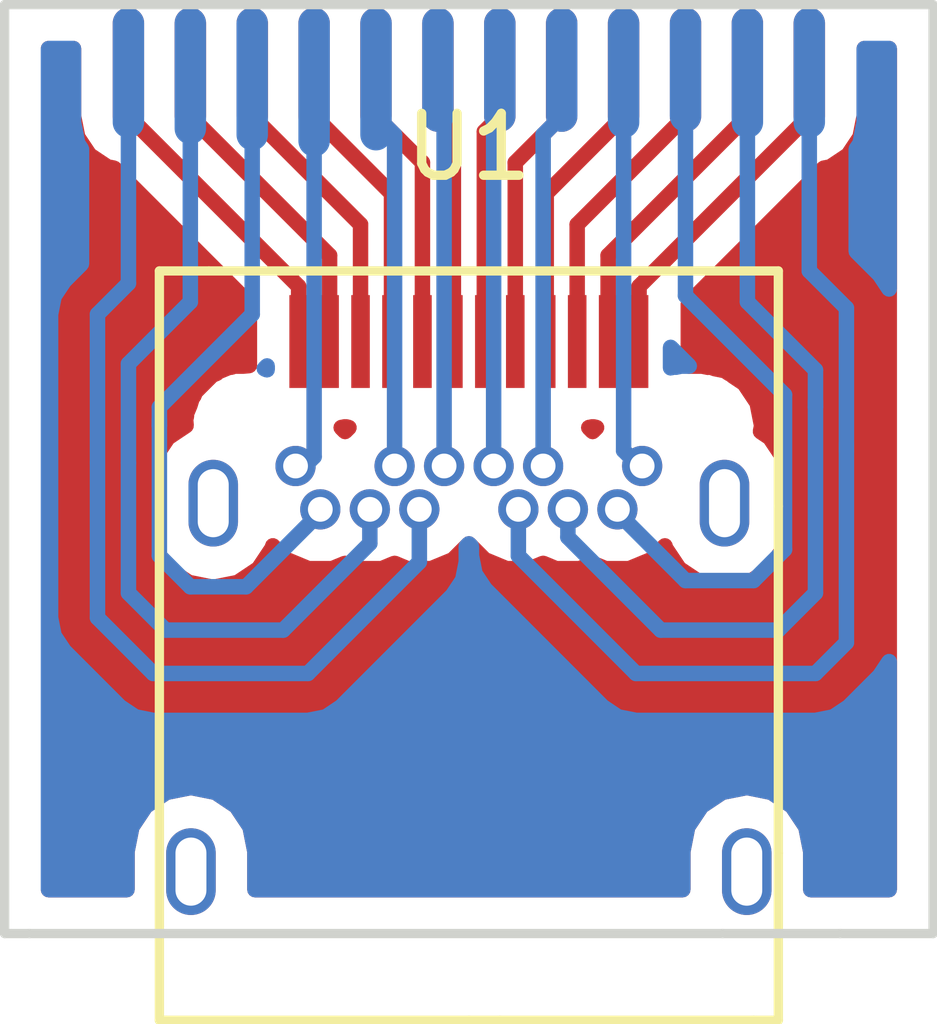
<source format=kicad_pcb>
(kicad_pcb (version 4) (host pcbnew 4.0.3-stable)

  (general
    (links 18)
    (no_connects 18)
    (area 141.424999 97.545999 156.575001 114.375001)
    (thickness 1.6)
    (drawings 7)
    (tracks 137)
    (zones 0)
    (modules 1)
    (nets 11)
  )

  (page A4)
  (layers
    (0 F.Cu signal)
    (31 B.Cu signal)
    (32 B.Adhes user)
    (33 F.Adhes user)
    (34 B.Paste user)
    (35 F.Paste user)
    (36 B.SilkS user)
    (37 F.SilkS user)
    (38 B.Mask user)
    (39 F.Mask user)
    (40 Dwgs.User user)
    (41 Cmts.User user)
    (42 Eco1.User user)
    (43 Eco2.User user)
    (44 Edge.Cuts user)
    (45 Margin user)
    (46 B.CrtYd user)
    (47 F.CrtYd user)
    (48 B.Fab user)
    (49 F.Fab user)
  )

  (setup
    (last_trace_width 0.508)
    (user_trace_width 0.508)
    (trace_clearance 0.2)
    (zone_clearance 0.508)
    (zone_45_only no)
    (trace_min 0.2)
    (segment_width 0.2)
    (edge_width 0.15)
    (via_size 0.6)
    (via_drill 0.4)
    (via_min_size 0.4)
    (via_min_drill 0.3)
    (uvia_size 0.3)
    (uvia_drill 0.1)
    (uvias_allowed no)
    (uvia_min_size 0.2)
    (uvia_min_drill 0.1)
    (pcb_text_width 0.3)
    (pcb_text_size 1.5 1.5)
    (mod_edge_width 0.15)
    (mod_text_size 1 1)
    (mod_text_width 0.15)
    (pad_size 1.524 1.524)
    (pad_drill 0.762)
    (pad_to_mask_clearance 0.2)
    (aux_axis_origin 0 0)
    (visible_elements 7FFFFFFF)
    (pcbplotparams
      (layerselection 0x01000_80000001)
      (usegerberextensions false)
      (excludeedgelayer true)
      (linewidth 0.100000)
      (plotframeref false)
      (viasonmask false)
      (mode 1)
      (useauxorigin false)
      (hpglpennumber 1)
      (hpglpenspeed 20)
      (hpglpendiameter 15)
      (hpglpenoverlay 2)
      (psnegative false)
      (psa4output false)
      (plotreference true)
      (plotvalue true)
      (plotinvisibletext false)
      (padsonsilk false)
      (subtractmaskfromsilk false)
      (outputformat 1)
      (mirror false)
      (drillshape 0)
      (scaleselection 1)
      (outputdirectory ""))
  )

  (net 0 "")
  (net 1 "Net-(U1-Pad0)")
  (net 2 "Net-(U1-PadB2)")
  (net 3 "Net-(U1-PadB1)")
  (net 4 "Net-(U1-PadB10)")
  (net 5 "Net-(U1-PadA1)")
  (net 6 "Net-(U1-PadA3)")
  (net 7 "Net-(U1-PadA5)")
  (net 8 "Net-(U1-PadA7)")
  (net 9 "Net-(U1-PadA10)")
  (net 10 "Net-(U1-PadA11)")

  (net_class Default "This is the default net class."
    (clearance 0.2)
    (trace_width 0.25)
    (via_dia 0.6)
    (via_drill 0.4)
    (uvia_dia 0.3)
    (uvia_drill 0.1)
    (add_net "Net-(U1-Pad0)")
    (add_net "Net-(U1-PadA1)")
    (add_net "Net-(U1-PadA10)")
    (add_net "Net-(U1-PadA11)")
    (add_net "Net-(U1-PadA3)")
    (add_net "Net-(U1-PadA5)")
    (add_net "Net-(U1-PadA7)")
    (add_net "Net-(U1-PadB1)")
    (add_net "Net-(U1-PadB10)")
    (add_net "Net-(U1-PadB2)")
  )

  (module .pretty:USB_C_Connector (layer F.Cu) (tedit 59DA356D) (tstamp 59E500EB)
    (at 149 104.5)
    (path /59E512E4)
    (fp_text reference U1 (at 0 -4.5) (layer F.SilkS)
      (effects (font (size 1 1) (thickness 0.15)))
    )
    (fp_text value USB_TYPE_C (at 0 -3) (layer F.Fab)
      (effects (font (size 1 1) (thickness 0.15)))
    )
    (fp_line (start 4.6 9.6) (end 5 9.6) (layer F.SilkS) (width 0.15))
    (fp_line (start 5 9.6) (end 5 6.9) (layer F.SilkS) (width 0.15))
    (fp_line (start 5 6.9) (end 5 1.3) (layer F.SilkS) (width 0.15))
    (fp_line (start 5 1.3) (end 5 -2.5) (layer F.SilkS) (width 0.15))
    (fp_line (start 5 -2.5) (end 1 -2.5) (layer F.SilkS) (width 0.15))
    (fp_line (start 1 -2.5) (end -4.2 -2.5) (layer F.SilkS) (width 0.15))
    (fp_line (start -4.2 -2.5) (end -5 -2.5) (layer F.SilkS) (width 0.15))
    (fp_line (start -5 -2.5) (end -5 9.6) (layer F.SilkS) (width 0.15))
    (fp_line (start -5 9.6) (end 0 9.6) (layer F.SilkS) (width 0.15))
    (fp_line (start 0.5 9.6) (end 4.6 9.6) (layer F.SilkS) (width 0.15))
    (fp_line (start 0 9.6) (end 0.5 9.6) (layer F.SilkS) (width 0.15))
    (pad 0 thru_hole oval (at 4.49 7.2) (size 0.8 1.4) (drill oval 0.5 1.1) (layers *.Cu *.Mask)
      (net 1 "Net-(U1-Pad0)"))
    (pad 0 thru_hole oval (at -4.49 7.2) (size 0.8 1.4) (drill oval 0.5 1.1) (layers *.Cu *.Mask)
      (net 1 "Net-(U1-Pad0)"))
    (pad 0 thru_hole oval (at 4.13 1.25) (size 0.8 1.4) (drill oval 0.5 1.1) (layers *.Cu *.Mask)
      (net 1 "Net-(U1-Pad0)"))
    (pad "" np_thru_hole oval (at 3.6 0) (size 0.95 0.66) (drill oval 0.95 0.66) (layers *.Cu *.Mask))
    (pad B2 thru_hole circle (at 2.4 1.35) (size 0.65 0.65) (drill 0.4) (layers *.Cu *.Mask)
      (net 2 "Net-(U1-PadB2)"))
    (pad B11 thru_hole circle (at -2.4 1.35) (size 0.65 0.65) (drill 0.4) (layers *.Cu *.Mask)
      (net 3 "Net-(U1-PadB1)"))
    (pad B6 thru_hole circle (at 0.4 0.65) (size 0.65 0.65) (drill 0.4) (layers *.Cu *.Mask)
      (net 2 "Net-(U1-PadB2)"))
    (pad B7 thru_hole circle (at -0.4 0.65) (size 0.65 0.65) (drill 0.4) (layers *.Cu *.Mask)
      (net 2 "Net-(U1-PadB2)"))
    (pad B4 thru_hole circle (at 1.2 0.65) (size 0.65 0.65) (drill 0.4) (layers *.Cu *.Mask)
      (net 2 "Net-(U1-PadB2)"))
    (pad B9 thru_hole circle (at -1.2 0.65) (size 0.65 0.65) (drill 0.4) (layers *.Cu *.Mask)
      (net 4 "Net-(U1-PadB10)"))
    (pad B1 thru_hole circle (at 2.8 0.65) (size 0.65 0.65) (drill 0.4) (layers *.Cu *.Mask)
      (net 3 "Net-(U1-PadB1)"))
    (pad A1 smd rect (at -2.75 -1.36) (size 0.3 1.5) (layers F.Cu F.Paste F.Mask)
      (net 5 "Net-(U1-PadA1)"))
    (pad A2 smd rect (at -2.25 -1.36) (size 0.3 1.5) (layers F.Cu F.Paste F.Mask)
      (net 5 "Net-(U1-PadA1)"))
    (pad A3 smd rect (at -1.75 -1.36) (size 0.3 1.5) (layers F.Cu F.Paste F.Mask)
      (net 6 "Net-(U1-PadA3)"))
    (pad A4 smd rect (at -1.25 -1.36) (size 0.3 1.5) (layers F.Cu F.Paste F.Mask)
      (net 6 "Net-(U1-PadA3)"))
    (pad A5 smd rect (at -0.75 -1.36) (size 0.3 1.5) (layers F.Cu F.Paste F.Mask)
      (net 7 "Net-(U1-PadA5)"))
    (pad A6 smd rect (at -0.25 -1.36) (size 0.3 1.5) (layers F.Cu F.Paste F.Mask)
      (net 7 "Net-(U1-PadA5)"))
    (pad A7 smd rect (at 0.25 -1.36) (size 0.3 1.5) (layers F.Cu F.Paste F.Mask)
      (net 8 "Net-(U1-PadA7)"))
    (pad A8 smd rect (at 0.75 -1.36) (size 0.3 1.5) (layers F.Cu F.Paste F.Mask)
      (net 8 "Net-(U1-PadA7)"))
    (pad A9 smd rect (at 1.25 -1.36) (size 0.3 1.5) (layers F.Cu F.Paste F.Mask)
      (net 9 "Net-(U1-PadA10)"))
    (pad A10 smd rect (at 1.75 -1.36) (size 0.3 1.5) (layers F.Cu F.Paste F.Mask)
      (net 9 "Net-(U1-PadA10)"))
    (pad A11 smd rect (at 2.25 -1.36) (size 0.3 1.5) (layers F.Cu F.Paste F.Mask)
      (net 10 "Net-(U1-PadA11)"))
    (pad A12 smd rect (at 2.75 -1.36) (size 0.3 1.5) (layers F.Cu F.Paste F.Mask)
      (net 10 "Net-(U1-PadA11)"))
    (pad B12 thru_hole circle (at -2.8 0.65) (size 0.65 0.65) (drill 0.4) (layers *.Cu *.Mask)
      (net 3 "Net-(U1-PadB1)"))
    (pad B10 thru_hole circle (at -1.6 1.35) (size 0.65 0.65) (drill 0.4) (layers *.Cu *.Mask)
      (net 4 "Net-(U1-PadB10)"))
    (pad B8 thru_hole circle (at -0.8 1.35) (size 0.65 0.65) (drill 0.4) (layers *.Cu *.Mask)
      (net 2 "Net-(U1-PadB2)"))
    (pad B3 thru_hole circle (at 1.6 1.35) (size 0.65 0.65) (drill 0.4) (layers *.Cu *.Mask)
      (net 2 "Net-(U1-PadB2)"))
    (pad B5 thru_hole circle (at 0.8 1.35) (size 0.65 0.65) (drill 0.4) (layers *.Cu *.Mask)
      (net 2 "Net-(U1-PadB2)"))
    (pad "" np_thru_hole circle (at -3.6 0) (size 0.66 0.66) (drill 0.66) (layers *.Cu *.Mask))
    (pad 0 thru_hole oval (at -4.13 1.25) (size 0.8 1.4) (drill oval 0.5 1.1) (layers *.Cu *.Mask)
      (net 1 "Net-(U1-Pad0)"))
  )

  (gr_line (start 141.5 97.7) (end 156.5 97.7) (angle 90) (layer Edge.Cuts) (width 0.15))
  (gr_line (start 141.5 112.7) (end 141.5 97.7) (angle 90) (layer Edge.Cuts) (width 0.15))
  (gr_line (start 141.9 112.7) (end 141.5 112.7) (angle 90) (layer Edge.Cuts) (width 0.15))
  (gr_line (start 156.5 112.7) (end 156.5 97.7) (angle 90) (layer Edge.Cuts) (width 0.15))
  (gr_line (start 155 112.7) (end 156.5 112.7) (angle 90) (layer Edge.Cuts) (width 0.15))
  (gr_line (start 153.1 112.7) (end 141.9 112.7) (angle 90) (layer Edge.Cuts) (width 0.15))
  (gr_line (start 153.1 112.7) (end 155 112.7) (angle 90) (layer Edge.Cuts) (width 0.15))

  (segment (start 154.5 98) (end 154.5 99.6) (width 0.508) (layer B.Cu) (net 2))
  (segment (start 155.1 102.6) (end 154.5 102) (width 0.25) (layer B.Cu) (net 2) (tstamp 59E5046D))
  (segment (start 154.5 99.6) (end 154.5 98) (width 0.25) (layer B.Cu) (net 2) (tstamp 59E504BE))
  (segment (start 154.5 102) (end 154.5 99.6) (width 0.25) (layer B.Cu) (net 2) (tstamp 59E5046E))
  (segment (start 155.1 104.9) (end 155.1 102.6) (width 0.25) (layer B.Cu) (net 2))
  (segment (start 153.5 98) (end 153.5 99.6) (width 0.508) (layer B.Cu) (net 2))
  (segment (start 154.6 103.6) (end 153.5 102.5) (width 0.25) (layer B.Cu) (net 2) (tstamp 59E50462))
  (segment (start 153.5 99.6) (end 153.5 98) (width 0.25) (layer B.Cu) (net 2) (tstamp 59E504B8))
  (segment (start 153.5 102.5) (end 153.5 99.6) (width 0.25) (layer B.Cu) (net 2) (tstamp 59E50464))
  (segment (start 154.6 104.2) (end 154.6 103.6) (width 0.25) (layer B.Cu) (net 2))
  (segment (start 152.5 98) (end 152.5 99.5) (width 0.508) (layer B.Cu) (net 2))
  (segment (start 152.7 102.6) (end 152.5 102.4) (width 0.25) (layer B.Cu) (net 2) (tstamp 59E50423))
  (segment (start 152.5 99.5) (end 152.5 98) (width 0.25) (layer B.Cu) (net 2) (tstamp 59E504B3))
  (segment (start 152.5 102.4) (end 152.5 99.5) (width 0.25) (layer B.Cu) (net 2) (tstamp 59E50425))
  (segment (start 151.4 105.9) (end 152.5 107) (width 0.25) (layer B.Cu) (net 2) (tstamp 59E502E9))
  (segment (start 152.5 107) (end 153.6 107) (width 0.25) (layer B.Cu) (net 2) (tstamp 59E502EB))
  (segment (start 153.6 107) (end 154.1 106.5) (width 0.25) (layer B.Cu) (net 2) (tstamp 59E502EE))
  (segment (start 154.1 106.5) (end 154.1 104) (width 0.25) (layer B.Cu) (net 2) (tstamp 59E502EF))
  (segment (start 154.1 104) (end 152.7 102.6) (width 0.25) (layer B.Cu) (net 2))
  (segment (start 150.5 98) (end 150.5 99.5) (width 0.508) (layer B.Cu) (net 2))
  (segment (start 150.2 99.8) (end 150.5 99.5) (width 0.25) (layer B.Cu) (net 2) (tstamp 59E503FC))
  (segment (start 150.5 99.5) (end 150.5 98) (width 0.25) (layer B.Cu) (net 2) (tstamp 59E503FF))
  (segment (start 150.2 105.15) (end 150.2 99.8) (width 0.25) (layer B.Cu) (net 2))
  (segment (start 149.5 98) (end 149.5 99.5) (width 0.508) (layer B.Cu) (net 2))
  (segment (start 149.4 99.6) (end 149.5 99.5) (width 0.25) (layer B.Cu) (net 2) (tstamp 59E503E8))
  (segment (start 149.5 99.5) (end 149.5 98) (width 0.25) (layer B.Cu) (net 2) (tstamp 59E503F2))
  (segment (start 149.4 105.15) (end 149.4 99.6) (width 0.25) (layer B.Cu) (net 2))
  (segment (start 148.5 98) (end 148.5 99.5) (width 0.508) (layer B.Cu) (net 2))
  (segment (start 148.6 99.6) (end 148.5 99.5) (width 0.25) (layer B.Cu) (net 2) (tstamp 59E503E0))
  (segment (start 148.5 99.5) (end 148.5 98) (width 0.25) (layer B.Cu) (net 2) (tstamp 59E503E3))
  (segment (start 148.6 105.15) (end 148.6 99.6) (width 0.25) (layer B.Cu) (net 2))
  (segment (start 143.5 98) (end 143.5 99.6) (width 0.508) (layer B.Cu) (net 2))
  (segment (start 143 105.1) (end 143 102.7) (width 0.25) (layer B.Cu) (net 2))
  (segment (start 143 102.7) (end 143.5 102.2) (width 0.25) (layer B.Cu) (net 2) (tstamp 59E5047F))
  (segment (start 143.5 102.2) (end 143.5 99.6) (width 0.25) (layer B.Cu) (net 2) (tstamp 59E50481))
  (segment (start 148.2 105.85) (end 148.2 106.7) (width 0.25) (layer B.Cu) (net 2))
  (segment (start 143 107.6) (end 143 105.1) (width 0.25) (layer B.Cu) (net 2) (tstamp 59E5035E))
  (segment (start 143.9 108.5) (end 143 107.6) (width 0.25) (layer B.Cu) (net 2) (tstamp 59E5035C))
  (segment (start 146.4 108.5) (end 143.9 108.5) (width 0.25) (layer B.Cu) (net 2) (tstamp 59E50358))
  (segment (start 148.2 106.7) (end 146.4 108.5) (width 0.25) (layer B.Cu) (net 2) (tstamp 59E50357))
  (segment (start 143.5 98) (end 143.5 98.1) (width 0.25) (layer B.Cu) (net 2) (tstamp 59E5048A))
  (segment (start 149.8 105.85) (end 149.8 106.6) (width 0.25) (layer B.Cu) (net 2))
  (segment (start 155.1 108) (end 155.1 104.9) (width 0.25) (layer B.Cu) (net 2) (tstamp 59E50309))
  (segment (start 155.1 104.9) (end 155.1 104.8) (width 0.25) (layer B.Cu) (net 2) (tstamp 59E5046B))
  (segment (start 154.6 108.5) (end 155.1 108) (width 0.25) (layer B.Cu) (net 2) (tstamp 59E50307))
  (segment (start 151.7 108.5) (end 154.6 108.5) (width 0.25) (layer B.Cu) (net 2) (tstamp 59E50305))
  (segment (start 149.8 106.6) (end 151.7 108.5) (width 0.25) (layer B.Cu) (net 2) (tstamp 59E50303))
  (segment (start 150.6 105.85) (end 150.6 106.3) (width 0.25) (layer B.Cu) (net 2))
  (segment (start 154.6 107.2) (end 154.6 104.2) (width 0.25) (layer B.Cu) (net 2) (tstamp 59E502FC))
  (segment (start 154.6 104.2) (end 154.6 104.1) (width 0.25) (layer B.Cu) (net 2) (tstamp 59E50460))
  (segment (start 154 107.8) (end 154.6 107.2) (width 0.25) (layer B.Cu) (net 2) (tstamp 59E502FA))
  (segment (start 152.1 107.8) (end 154 107.8) (width 0.25) (layer B.Cu) (net 2) (tstamp 59E502F7))
  (segment (start 150.6 106.3) (end 152.1 107.8) (width 0.25) (layer B.Cu) (net 2) (tstamp 59E502F5))
  (segment (start 151.4 105.85) (end 151.4 105.9) (width 0.25) (layer B.Cu) (net 2))
  (segment (start 151.5 98) (end 151.5 99.6) (width 0.508) (layer B.Cu) (net 3))
  (segment (start 151.5 99.6) (end 151.5 98) (width 0.25) (layer B.Cu) (net 3) (tstamp 59E504AD))
  (segment (start 151.5 104.9) (end 151.5 99.6) (width 0.25) (layer B.Cu) (net 3) (tstamp 59E50408))
  (segment (start 151.75 105.15) (end 151.5 104.9) (width 0.25) (layer B.Cu) (net 3) (tstamp 59E50405))
  (segment (start 146.5 98) (end 146.5 99.9) (width 0.508) (layer B.Cu) (net 3))
  (segment (start 146.5 99.9) (end 146.5 98) (width 0.25) (layer B.Cu) (net 3) (tstamp 59E5049C))
  (segment (start 146.5 105) (end 146.5 99.9) (width 0.25) (layer B.Cu) (net 3) (tstamp 59E50417))
  (segment (start 146.35 105.15) (end 146.5 105) (width 0.25) (layer B.Cu) (net 3) (tstamp 59E50414))
  (segment (start 145.5 98) (end 145.5 99.8) (width 0.508) (layer B.Cu) (net 3))
  (segment (start 144 104.2) (end 145.5 102.7) (width 0.25) (layer B.Cu) (net 3) (tstamp 59E50473))
  (segment (start 145.5 99.8) (end 145.5 98) (width 0.25) (layer B.Cu) (net 3) (tstamp 59E50497))
  (segment (start 145.5 102.7) (end 145.5 99.8) (width 0.25) (layer B.Cu) (net 3) (tstamp 59E50474))
  (segment (start 144 104.5) (end 144 104.2) (width 0.25) (layer B.Cu) (net 3))
  (segment (start 146.2 105.15) (end 146.35 105.15) (width 0.25) (layer B.Cu) (net 3))
  (segment (start 151.8 105.15) (end 151.75 105.15) (width 0.25) (layer B.Cu) (net 3))
  (segment (start 146.6 105.85) (end 146.6 105.9) (width 0.25) (layer B.Cu) (net 3))
  (segment (start 146.6 105.9) (end 145.4 107.1) (width 0.25) (layer B.Cu) (net 3) (tstamp 59E5033F))
  (segment (start 145.4 107.1) (end 144.5 107.1) (width 0.25) (layer B.Cu) (net 3) (tstamp 59E50345))
  (segment (start 144.5 107.1) (end 144 106.6) (width 0.25) (layer B.Cu) (net 3) (tstamp 59E50347))
  (segment (start 144 106.6) (end 144 104.5) (width 0.25) (layer B.Cu) (net 3) (tstamp 59E50348))
  (segment (start 144 104.5) (end 144 104.4) (width 0.25) (layer B.Cu) (net 3) (tstamp 59E50471))
  (segment (start 147.5 99.8) (end 147.5 98) (width 0.508) (layer B.Cu) (net 4))
  (segment (start 147.8 99.8) (end 147.5 99.5) (width 0.25) (layer B.Cu) (net 4) (tstamp 59E5040F))
  (segment (start 147.5 99.5) (end 147.5 98) (width 0.25) (layer B.Cu) (net 4) (tstamp 59E50411))
  (segment (start 147.8 99.8) (end 147.8 105.15) (width 0.25) (layer B.Cu) (net 4))
  (segment (start 144.5 98) (end 144.5 99.7) (width 0.508) (layer B.Cu) (net 4))
  (segment (start 143.5 103.5) (end 144.5 102.5) (width 0.25) (layer B.Cu) (net 4) (tstamp 59E50479))
  (segment (start 144.5 99.7) (end 144.5 98) (width 0.25) (layer B.Cu) (net 4) (tstamp 59E50492))
  (segment (start 144.5 102.5) (end 144.5 99.7) (width 0.25) (layer B.Cu) (net 4) (tstamp 59E5047B))
  (segment (start 147.4 105.85) (end 147.4 106.4) (width 0.25) (layer B.Cu) (net 4))
  (segment (start 143.5 107.2) (end 143.5 105.1) (width 0.25) (layer B.Cu) (net 4) (tstamp 59E50352))
  (segment (start 144.1 107.8) (end 143.5 107.2) (width 0.25) (layer B.Cu) (net 4) (tstamp 59E50350))
  (segment (start 146 107.8) (end 144.1 107.8) (width 0.25) (layer B.Cu) (net 4) (tstamp 59E5034D))
  (segment (start 147.4 106.4) (end 146 107.8) (width 0.25) (layer B.Cu) (net 4) (tstamp 59E5034C))
  (segment (start 143.5 105.1) (end 143.5 103.5) (width 0.25) (layer B.Cu) (net 4))
  (segment (start 144.5 98) (end 144.5 99.5) (width 0.508) (layer F.Cu) (net 5))
  (segment (start 146.75 101.75) (end 144.5 99.5) (width 0.25) (layer F.Cu) (net 5) (tstamp 59E5016C))
  (segment (start 144.5 99.5) (end 144.5 98) (width 0.25) (layer F.Cu) (net 5) (tstamp 59E5016E))
  (segment (start 146.75 103.14) (end 146.75 101.75) (width 0.25) (layer F.Cu) (net 5))
  (segment (start 143.5 98) (end 143.5 99.5) (width 0.508) (layer F.Cu) (net 5))
  (segment (start 146.25 102.25) (end 143.5 99.5) (width 0.25) (layer F.Cu) (net 5) (tstamp 59E50172))
  (segment (start 143.5 99.5) (end 143.5 98) (width 0.25) (layer F.Cu) (net 5) (tstamp 59E50173))
  (segment (start 146.25 103.14) (end 146.25 102.25) (width 0.25) (layer F.Cu) (net 5))
  (segment (start 146.5 98) (end 146.5 99.5) (width 0.508) (layer F.Cu) (net 6))
  (segment (start 147.75 100.75) (end 146.5 99.5) (width 0.25) (layer F.Cu) (net 6) (tstamp 59E50161))
  (segment (start 146.5 99.5) (end 146.5 98) (width 0.25) (layer F.Cu) (net 6) (tstamp 59E50163))
  (segment (start 147.75 103.14) (end 147.75 100.75) (width 0.25) (layer F.Cu) (net 6))
  (segment (start 145.5 98) (end 145.5 99.5) (width 0.508) (layer F.Cu) (net 6))
  (segment (start 147.25 101.25) (end 145.5 99.5) (width 0.25) (layer F.Cu) (net 6) (tstamp 59E50167))
  (segment (start 145.5 99.5) (end 145.5 98) (width 0.25) (layer F.Cu) (net 6) (tstamp 59E50169))
  (segment (start 147.25 103.14) (end 147.25 101.25) (width 0.25) (layer F.Cu) (net 6))
  (segment (start 147.5 98) (end 147.5 99.5) (width 0.508) (layer F.Cu) (net 7))
  (segment (start 148.25 100.25) (end 147.5 99.5) (width 0.25) (layer F.Cu) (net 7) (tstamp 59E5015A))
  (segment (start 147.5 99.5) (end 147.5 98) (width 0.25) (layer F.Cu) (net 7) (tstamp 59E5015B))
  (segment (start 148.25 103.14) (end 148.25 100.25) (width 0.25) (layer F.Cu) (net 7))
  (segment (start 148.5 98) (end 148.5 99.5) (width 0.508) (layer F.Cu) (net 7))
  (segment (start 148.75 99.75) (end 148.5 99.5) (width 0.25) (layer F.Cu) (net 7) (tstamp 59E50135))
  (segment (start 148.5 99.5) (end 148.5 98) (width 0.25) (layer F.Cu) (net 7) (tstamp 59E50136))
  (segment (start 148.75 103.14) (end 148.75 99.75) (width 0.25) (layer F.Cu) (net 7))
  (segment (start 150.5 98) (end 150.5 99.5) (width 0.508) (layer F.Cu) (net 8))
  (segment (start 149.75 100.25) (end 150.5 99.5) (width 0.25) (layer F.Cu) (net 8) (tstamp 59E50145))
  (segment (start 150.5 99.5) (end 150.5 98) (width 0.25) (layer F.Cu) (net 8) (tstamp 59E50146))
  (segment (start 149.75 103.14) (end 149.75 100.25) (width 0.25) (layer F.Cu) (net 8))
  (segment (start 149.5 98) (end 149.5 99.5) (width 0.508) (layer F.Cu) (net 8))
  (segment (start 149.25 99.75) (end 149.5 99.5) (width 0.25) (layer F.Cu) (net 8) (tstamp 59E50131))
  (segment (start 149.5 99.5) (end 149.5 98) (width 0.25) (layer F.Cu) (net 8) (tstamp 59E50132))
  (segment (start 149.25 103.14) (end 149.25 99.75) (width 0.25) (layer F.Cu) (net 8))
  (segment (start 152.5 98) (end 152.5 99.5) (width 0.508) (layer F.Cu) (net 9))
  (segment (start 150.75 101.25) (end 152.5 99.5) (width 0.25) (layer F.Cu) (net 9) (tstamp 59E5014D))
  (segment (start 152.5 99.5) (end 152.5 98) (width 0.25) (layer F.Cu) (net 9) (tstamp 59E5014E))
  (segment (start 150.75 103.14) (end 150.75 101.25) (width 0.25) (layer F.Cu) (net 9))
  (segment (start 151.5 98) (end 151.5 99.5) (width 0.508) (layer F.Cu) (net 9))
  (segment (start 150.25 100.75) (end 151.5 99.5) (width 0.25) (layer F.Cu) (net 9) (tstamp 59E50149))
  (segment (start 151.5 99.5) (end 151.5 98) (width 0.25) (layer F.Cu) (net 9) (tstamp 59E5014A))
  (segment (start 150.25 103.14) (end 150.25 100.75) (width 0.25) (layer F.Cu) (net 9))
  (segment (start 154.5 98) (end 154.5 99.5) (width 0.508) (layer F.Cu) (net 10))
  (segment (start 151.75 102.25) (end 154.5 99.5) (width 0.25) (layer F.Cu) (net 10) (tstamp 59E50156))
  (segment (start 154.5 99.5) (end 154.5 98) (width 0.25) (layer F.Cu) (net 10) (tstamp 59E50157))
  (segment (start 151.75 103.14) (end 151.75 102.25) (width 0.25) (layer F.Cu) (net 10))
  (segment (start 153.5 98) (end 153.5 99.5) (width 0.508) (layer F.Cu) (net 10))
  (segment (start 151.25 101.75) (end 153.5 99.5) (width 0.25) (layer F.Cu) (net 10) (tstamp 59E50151))
  (segment (start 153.5 99.5) (end 153.5 98) (width 0.25) (layer F.Cu) (net 10) (tstamp 59E50153))
  (segment (start 151.25 103.14) (end 151.25 101.75) (width 0.25) (layer F.Cu) (net 10))

  (zone (net 0) (net_name "") (layer B.Cu) (tstamp 59E5050E) (hatch edge 0.508)
    (connect_pads (clearance 0.508))
    (min_thickness 0.254)
    (fill yes (arc_segments 16) (thermal_gap 0.508) (thermal_bridge_width 0.508))
    (polygon
      (pts
        (xy 141.6 97.7) (xy 141.5 112.7) (xy 156.5 112.7) (xy 156.5 97.7) (xy 141.6 97.8)
      )
    )
    (filled_polygon
      (pts
        (xy 142.611 99.6) (xy 142.678671 99.940206) (xy 142.74 100.031991) (xy 142.74 101.885198) (xy 142.462599 102.162599)
        (xy 142.297852 102.409161) (xy 142.24 102.7) (xy 142.24 107.6) (xy 142.297852 107.890839) (xy 142.462599 108.137401)
        (xy 143.362599 109.037401) (xy 143.60916 109.202148) (xy 143.9 109.26) (xy 146.4 109.26) (xy 146.690839 109.202148)
        (xy 146.937401 109.037401) (xy 148.737401 107.237401) (xy 148.902148 106.99084) (xy 148.938086 106.810167) (xy 148.96 106.7)
        (xy 148.96 106.447788) (xy 149.000212 106.407646) (xy 149.04 106.447504) (xy 149.04 106.6) (xy 149.097852 106.890839)
        (xy 149.262599 107.137401) (xy 151.162599 109.037401) (xy 151.409161 109.202148) (xy 151.7 109.26) (xy 154.6 109.26)
        (xy 154.890839 109.202148) (xy 155.137401 109.037401) (xy 155.637401 108.537401) (xy 155.79 108.30902) (xy 155.79 111.99)
        (xy 154.525 111.99) (xy 154.525 111.373846) (xy 154.446215 110.977769) (xy 154.221856 110.64199) (xy 153.886077 110.417631)
        (xy 153.49 110.338846) (xy 153.093923 110.417631) (xy 152.758144 110.64199) (xy 152.533785 110.977769) (xy 152.455 111.373846)
        (xy 152.455 111.99) (xy 145.545 111.99) (xy 145.545 111.373846) (xy 145.466215 110.977769) (xy 145.241856 110.64199)
        (xy 144.906077 110.417631) (xy 144.51 110.338846) (xy 144.113923 110.417631) (xy 143.778144 110.64199) (xy 143.553785 110.977769)
        (xy 143.475 111.373846) (xy 143.475 111.99) (xy 142.21 111.99) (xy 142.21 98.41) (xy 142.611 98.41)
      )
    )
    (filled_polygon
      (pts
        (xy 145.74 103.595209) (xy 145.729474 103.591923) (xy 145.69655 103.578252) (xy 145.74 103.534802)
      )
    )
    (filled_polygon
      (pts
        (xy 152.560198 103.535) (xy 152.433254 103.535) (xy 152.333679 103.554807) (xy 152.321634 103.542897) (xy 152.26 103.564339)
        (xy 152.26 103.234802)
      )
    )
    (filled_polygon
      (pts
        (xy 155.79 102.29098) (xy 155.637401 102.062599) (xy 155.26 101.685198) (xy 155.26 100.031991) (xy 155.321329 99.940206)
        (xy 155.389 99.6) (xy 155.389 98.41) (xy 155.79 98.41)
      )
    )
  )
  (zone (net 0) (net_name "") (layer F.Cu) (tstamp 59E5053C) (hatch edge 0.508)
    (connect_pads (clearance 0.508))
    (min_thickness 0.254)
    (fill yes (arc_segments 16) (thermal_gap 0.508) (thermal_bridge_width 0.508))
    (polygon
      (pts
        (xy 156.5 112.7) (xy 141.5 112.7) (xy 141.5 97.7) (xy 156.5 97.7)
      )
    )
    (filled_polygon
      (pts
        (xy 142.611 99.5) (xy 142.678671 99.840206) (xy 142.871382 100.128618) (xy 143.159794 100.321329) (xy 143.268063 100.342865)
        (xy 145.45256 102.527362) (xy 145.45256 103.526312) (xy 145.356886 103.534962) (xy 145.208892 103.534833) (xy 145.167037 103.552127)
        (xy 145.121935 103.556205) (xy 144.929258 103.636015) (xy 144.928057 103.650872) (xy 144.854086 103.681436) (xy 144.58239 103.952658)
        (xy 144.551089 104.02804) (xy 144.536015 104.029258) (xy 144.491923 104.170526) (xy 144.435168 104.307208) (xy 144.435128 104.352495)
        (xy 144.421636 104.395724) (xy 144.430746 104.496481) (xy 144.138144 104.69199) (xy 143.913785 105.027769) (xy 143.835 105.423846)
        (xy 143.835 106.076154) (xy 143.913785 106.472231) (xy 144.138144 106.80801) (xy 144.473923 107.032369) (xy 144.87 107.111154)
        (xy 145.266077 107.032369) (xy 145.601856 106.80801) (xy 145.826215 106.472231) (xy 145.832607 106.440098) (xy 146.055493 106.663374)
        (xy 146.408206 106.809833) (xy 146.790118 106.810167) (xy 147.000081 106.723412) (xy 147.208206 106.809833) (xy 147.590118 106.810167)
        (xy 147.800081 106.723412) (xy 148.008206 106.809833) (xy 148.390118 106.810167) (xy 148.743086 106.664323) (xy 149.000212 106.407646)
        (xy 149.255493 106.663374) (xy 149.608206 106.809833) (xy 149.990118 106.810167) (xy 150.200081 106.723412) (xy 150.408206 106.809833)
        (xy 150.790118 106.810167) (xy 151.000081 106.723412) (xy 151.208206 106.809833) (xy 151.590118 106.810167) (xy 151.943086 106.664323)
        (xy 152.167445 106.440356) (xy 152.173785 106.472231) (xy 152.398144 106.80801) (xy 152.733923 107.032369) (xy 153.13 107.111154)
        (xy 153.526077 107.032369) (xy 153.861856 106.80801) (xy 154.086215 106.472231) (xy 154.165 106.076154) (xy 154.165 105.423846)
        (xy 154.086215 105.027769) (xy 153.861856 104.69199) (xy 153.713301 104.592729) (xy 153.731746 104.5) (xy 153.65829 104.13071)
        (xy 153.516767 103.918907) (xy 153.516078 103.91753) (xy 153.515508 103.917023) (xy 153.449104 103.817642) (xy 153.267988 103.696624)
        (xy 153.234482 103.666789) (xy 153.211232 103.6587) (xy 153.136036 103.608456) (xy 152.974385 103.576302) (xy 152.878366 103.542897)
        (xy 152.866321 103.554807) (xy 152.766746 103.535) (xy 152.54744 103.535) (xy 152.54744 102.527362) (xy 154.731937 100.342865)
        (xy 154.840206 100.321329) (xy 155.128618 100.128618) (xy 155.321329 99.840206) (xy 155.389 99.5) (xy 155.389 98.41)
        (xy 155.79 98.41) (xy 155.79 111.99) (xy 154.525 111.99) (xy 154.525 111.373846) (xy 154.446215 110.977769)
        (xy 154.221856 110.64199) (xy 153.886077 110.417631) (xy 153.49 110.338846) (xy 153.093923 110.417631) (xy 152.758144 110.64199)
        (xy 152.533785 110.977769) (xy 152.455 111.373846) (xy 152.455 111.99) (xy 145.545 111.99) (xy 145.545 111.373846)
        (xy 145.466215 110.977769) (xy 145.241856 110.64199) (xy 144.906077 110.417631) (xy 144.51 110.338846) (xy 144.113923 110.417631)
        (xy 143.778144 110.64199) (xy 143.553785 110.977769) (xy 143.475 111.373846) (xy 143.475 111.99) (xy 142.21 111.99)
        (xy 142.21 98.41) (xy 142.611 98.41)
      )
    )
    (filled_polygon
      (pts
        (xy 147.062421 104.52983) (xy 146.999788 104.592354) (xy 146.937859 104.530316) (xy 147.003671 104.517933)
      )
    )
    (filled_polygon
      (pts
        (xy 151.062421 104.52983) (xy 150.999788 104.592354) (xy 150.937859 104.530316) (xy 151.003671 104.517933)
      )
    )
  )
)

</source>
